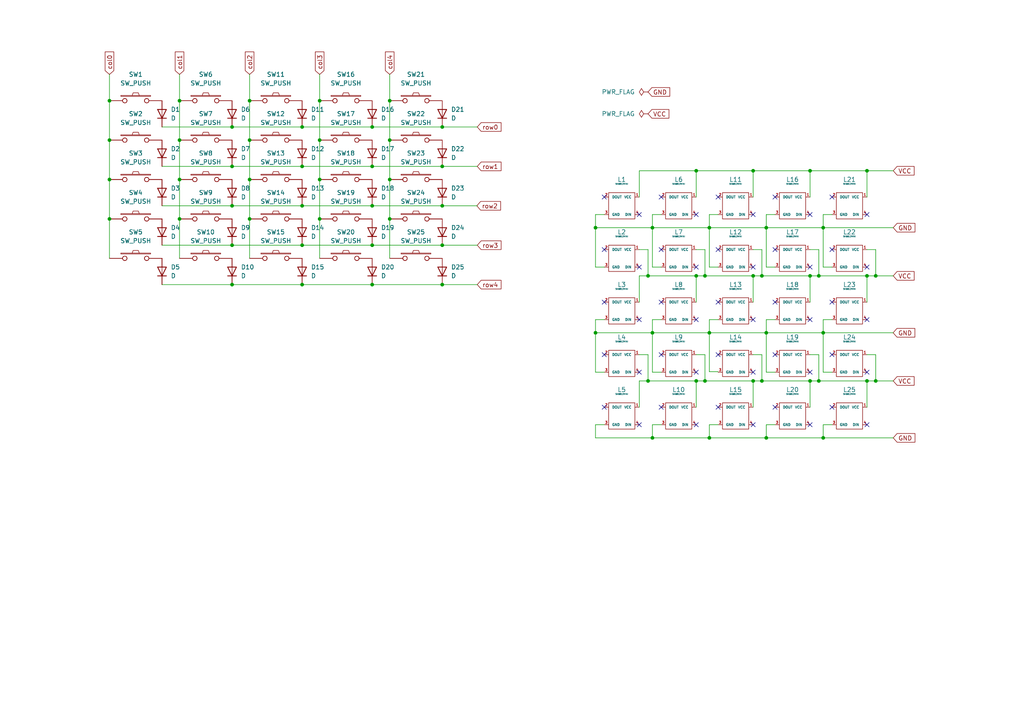
<source format=kicad_sch>
(kicad_sch (version 20211123) (generator eeschema)
  (paper "A4")
  (lib_symbols
    (symbol "Device:D" (pin_numbers hide) (pin_names (offset 1.016) hide)
      (property "Reference" "D" (at 0 2.54 0))
      (property "Value" "D" (at 0 -2.54 0))
      (symbol "D_0_1"
        (polyline (pts (xy -1.27 1.27) (xy -1.27 -1.27)) (stroke (width 0.254)))
        (polyline (pts (xy 1.27 0) (xy -1.27 0)))
        (polyline (pts (xy 1.27 1.27) (xy 1.27 -1.27) (xy -1.27 0) (xy 1.27 1.27)) (stroke (width 0.254)))
      )
      (symbol "D_1_1"
        (pin passive line (at -3.81 0 0) (length 2.54) (name "K") (number "1"))
        (pin passive line (at 3.81 0 180) (length 2.54) (name "A") (number "2"))
      )
    )
    (symbol "kbd:SW_PUSH" (pin_numbers hide) (pin_names (offset 1.016) hide)
      (property "Reference" "SW" (at 3.81 2.794 0))
      (property "Value" "SW_PUSH" (at 0 -2.032 0))
      (symbol "SW_PUSH_0_1"
        (rectangle (start -4.318 1.27) (end 4.318 1.524))
        (polyline (pts (xy -1.016 1.524) (xy -0.762 2.286) (xy 0.762 2.286) (xy 1.016 1.524)))
        (pin passive inverted (at -7.62 0 0) (length 5.08) (name "1") (number "1"))
        (pin passive inverted (at 7.62 0 180) (length 5.08) (name "2") (number "2"))
      )
    )
    (symbol "nexus:kbd_SK6812MINI-3" (pin_names (offset 1.016))
      (property "Reference" "L" (at 0 0 0))
      (property "Value" "kbd_SK6812MINI-3" (at 0 -1.27 0))
      (symbol "kbd_SK6812MINI-3_0_1"
        (rectangle (start -3.81 3.81) (end 3.81 -3.81))
      )
      (symbol "kbd_SK6812MINI-3_1_1"
        (pin power_in line (at 5.08 2.54 180) (length 1.1938) (name "VCC") (number "1"))
        (pin output line (at -5.08 2.54 0) (length 1.1938) (name "DOUT") (number "2"))
        (pin power_in line (at -5.08 -2.54 0) (length 1.1938) (name "GND") (number "3"))
        (pin input line (at 5.08 -2.54 180) (length 1.1938) (name "DIN") (number "4"))
      )
    )
    (symbol "power:PWR_FLAG" (power) (pin_numbers hide) (pin_names (offset 0) hide)
      (property "Value" "PWR_FLAG" (at 0 3.81 0))
      (symbol "PWR_FLAG_0_0"
        (pin power_out line (at 0 0 90) (length 0) (name "pwr") (number "1"))
      )
      (symbol "PWR_FLAG_0_1"
        (polyline (pts (xy 0 0) (xy 0 1.27) (xy -1.016 1.905) (xy 0 2.54) (xy 1.016 1.905) (xy 0 1.27)))
      )
    )
  )
  (junction (at 113.03 29.21))
  (junction (at 187.96 80.01))
  (junction (at 220.98 110.49))
  (junction (at 222.25 66.04))
  (junction (at 201.93 80.01))
  (junction (at 251.46 110.49))
  (junction (at 31.75 52.07))
  (junction (at 189.23 127))
  (junction (at 128.27 48.26))
  (junction (at 113.03 40.64))
  (junction (at 87.63 71.12))
  (junction (at 67.31 48.26))
  (junction (at 92.71 63.5))
  (junction (at 67.31 82.55))
  (junction (at 92.71 52.07))
  (junction (at 254 80.01))
  (junction (at 238.76 96.52))
  (junction (at 107.95 59.69))
  (junction (at 237.49 110.49))
  (junction (at 72.39 52.07))
  (junction (at 251.46 49.53))
  (junction (at 31.75 63.5))
  (junction (at 234.95 49.53))
  (junction (at 87.63 48.26))
  (junction (at 87.63 59.69))
  (junction (at 128.27 71.12))
  (junction (at 237.49 80.01))
  (junction (at 52.07 52.07))
  (junction (at 52.07 63.5))
  (junction (at 222.25 96.52))
  (junction (at 238.76 66.04))
  (junction (at 201.93 49.53))
  (junction (at 72.39 40.64))
  (junction (at 107.95 71.12))
  (junction (at 204.47 110.49))
  (junction (at 222.25 127))
  (junction (at 72.39 63.5))
  (junction (at 107.95 36.83))
  (junction (at 218.44 110.49))
  (junction (at 52.07 40.64))
  (junction (at 189.23 66.04))
  (junction (at 107.95 48.26))
  (junction (at 87.63 36.83))
  (junction (at 128.27 59.69))
  (junction (at 31.75 40.64))
  (junction (at 72.39 29.21))
  (junction (at 107.95 82.55))
  (junction (at 128.27 82.55))
  (junction (at 251.46 80.01))
  (junction (at 220.98 80.01))
  (junction (at 205.74 66.04))
  (junction (at 234.95 80.01))
  (junction (at 218.44 80.01))
  (junction (at 234.95 110.49))
  (junction (at 254 110.49))
  (junction (at 172.72 96.52))
  (junction (at 189.23 96.52))
  (junction (at 67.31 71.12))
  (junction (at 31.75 29.21))
  (junction (at 238.76 127))
  (junction (at 187.96 110.49))
  (junction (at 67.31 36.83))
  (junction (at 201.93 110.49))
  (junction (at 52.07 29.21))
  (junction (at 67.31 59.69))
  (junction (at 92.71 40.64))
  (junction (at 205.74 127))
  (junction (at 128.27 36.83))
  (junction (at 204.47 80.01))
  (junction (at 218.44 49.53))
  (junction (at 113.03 63.5))
  (junction (at 172.72 66.04))
  (junction (at 205.74 96.52))
  (junction (at 92.71 29.21))
  (junction (at 113.03 52.07))
  (junction (at 87.63 82.55))
  (no_connect (at 175.26 57.15))
  (no_connect (at 185.42 62.23))
  (no_connect (at 191.77 118.11))
  (no_connect (at 208.28 118.11))
  (no_connect (at 201.93 123.19))
  (no_connect (at 218.44 123.19))
  (no_connect (at 241.3 118.11))
  (no_connect (at 234.95 123.19))
  (no_connect (at 224.79 118.11))
  (no_connect (at 251.46 123.19))
  (no_connect (at 201.93 62.23))
  (no_connect (at 208.28 57.15))
  (no_connect (at 191.77 57.15))
  (no_connect (at 251.46 62.23))
  (no_connect (at 218.44 62.23))
  (no_connect (at 224.79 57.15))
  (no_connect (at 234.95 62.23))
  (no_connect (at 241.3 57.15))
  (no_connect (at 175.26 72.39))
  (no_connect (at 175.26 87.63))
  (no_connect (at 185.42 92.71))
  (no_connect (at 191.77 102.87))
  (no_connect (at 201.93 107.95))
  (no_connect (at 208.28 102.87))
  (no_connect (at 175.26 118.11))
  (no_connect (at 185.42 123.19))
  (no_connect (at 185.42 107.95))
  (no_connect (at 175.26 102.87))
  (no_connect (at 218.44 77.47))
  (no_connect (at 218.44 92.71))
  (no_connect (at 191.77 72.39))
  (no_connect (at 191.77 87.63))
  (no_connect (at 201.93 92.71))
  (no_connect (at 208.28 87.63))
  (no_connect (at 201.93 77.47))
  (no_connect (at 208.28 72.39))
  (no_connect (at 185.42 77.47))
  (no_connect (at 251.46 92.71))
  (no_connect (at 251.46 77.47))
  (no_connect (at 241.3 102.87))
  (no_connect (at 234.95 77.47))
  (no_connect (at 251.46 107.95))
  (no_connect (at 224.79 87.63))
  (no_connect (at 234.95 92.71))
  (no_connect (at 241.3 87.63))
  (no_connect (at 224.79 102.87))
  (no_connect (at 234.95 107.95))
  (no_connect (at 218.44 107.95))
  (no_connect (at 224.79 72.39))
  (no_connect (at 241.3 72.39))
  (wire (pts (xy 175.26 92.71) (xy 172.72 92.71)))
  (wire (pts (xy 72.39 40.64) (xy 72.39 52.07)))
  (wire (pts (xy 191.77 77.47) (xy 189.23 77.47)))
  (wire (pts (xy 222.25 92.71) (xy 222.25 96.52)))
  (wire (pts (xy 175.26 123.19) (xy 172.72 123.19)))
  (wire (pts (xy 189.23 107.95) (xy 189.23 96.52)))
  (wire (pts (xy 238.76 96.52) (xy 259.08 96.52)))
  (wire (pts (xy 201.93 49.53) (xy 218.44 49.53)))
  (wire (pts (xy 237.49 110.49) (xy 251.46 110.49)))
  (wire (pts (xy 172.72 62.23) (xy 172.72 66.04)))
  (wire (pts (xy 241.3 107.95) (xy 238.76 107.95)))
  (wire (pts (xy 67.31 36.83) (xy 87.63 36.83)))
  (wire (pts (xy 67.31 82.55) (xy 87.63 82.55)))
  (wire (pts (xy 224.79 77.47) (xy 222.25 77.47)))
  (wire (pts (xy 237.49 80.01) (xy 251.46 80.01)))
  (wire (pts (xy 128.27 82.55) (xy 138.43 82.55)))
  (wire (pts (xy 218.44 87.63) (xy 218.44 80.01)))
  (wire (pts (xy 222.25 123.19) (xy 222.25 127)))
  (wire (pts (xy 46.99 36.83) (xy 67.31 36.83)))
  (wire (pts (xy 31.75 29.21) (xy 31.75 40.64)))
  (wire (pts (xy 67.31 48.26) (xy 87.63 48.26)))
  (wire (pts (xy 224.79 123.19) (xy 222.25 123.19)))
  (wire (pts (xy 254 80.01) (xy 259.08 80.01)))
  (wire (pts (xy 251.46 110.49) (xy 254 110.49)))
  (wire (pts (xy 172.72 107.95) (xy 172.72 96.52)))
  (wire (pts (xy 31.75 40.64) (xy 31.75 52.07)))
  (wire (pts (xy 191.77 92.71) (xy 189.23 92.71)))
  (wire (pts (xy 31.75 63.5) (xy 31.75 74.93)))
  (wire (pts (xy 185.42 72.39) (xy 187.96 72.39)))
  (wire (pts (xy 87.63 82.55) (xy 107.95 82.55)))
  (wire (pts (xy 201.93 72.39) (xy 204.47 72.39)))
  (wire (pts (xy 204.47 72.39) (xy 204.47 80.01)))
  (wire (pts (xy 208.28 107.7961) (xy 205.74 107.7961)))
  (wire (pts (xy 222.25 127) (xy 238.76 127)))
  (wire (pts (xy 87.63 36.83) (xy 107.95 36.83)))
  (wire (pts (xy 204.47 110.49) (xy 218.44 110.49)))
  (wire (pts (xy 185.42 110.49) (xy 187.96 110.49)))
  (wire (pts (xy 224.79 92.71) (xy 222.25 92.71)))
  (wire (pts (xy 218.44 118.11) (xy 218.44 110.49)))
  (wire (pts (xy 128.27 59.69) (xy 138.43 59.69)))
  (wire (pts (xy 201.93 118.11) (xy 201.93 110.49)))
  (wire (pts (xy 205.74 123.19) (xy 205.74 127)))
  (wire (pts (xy 220.98 72.39) (xy 220.98 80.01)))
  (wire (pts (xy 234.95 57.15) (xy 234.95 49.53)))
  (wire (pts (xy 185.42 87.63) (xy 185.42 80.01)))
  (wire (pts (xy 172.72 66.04) (xy 189.23 66.04)))
  (wire (pts (xy 46.99 59.69) (xy 67.31 59.69)))
  (wire (pts (xy 128.27 48.26) (xy 138.43 48.26)))
  (wire (pts (xy 234.95 118.11) (xy 234.95 110.49)))
  (wire (pts (xy 234.95 102.87) (xy 237.49 102.87)))
  (wire (pts (xy 254 72.39) (xy 254 80.01)))
  (wire (pts (xy 67.31 71.12) (xy 87.63 71.12)))
  (wire (pts (xy 208.28 123.19) (xy 205.74 123.19)))
  (wire (pts (xy 201.93 57.15) (xy 201.93 49.53)))
  (wire (pts (xy 185.42 49.53) (xy 201.93 49.53)))
  (wire (pts (xy 187.96 72.39) (xy 187.96 80.01)))
  (wire (pts (xy 189.23 62.23) (xy 189.23 66.04)))
  (wire (pts (xy 128.27 71.12) (xy 138.43 71.12)))
  (wire (pts (xy 220.98 110.49) (xy 234.95 110.49)))
  (wire (pts (xy 46.99 48.26) (xy 67.31 48.26)))
  (wire (pts (xy 201.93 87.63) (xy 201.93 80.01)))
  (wire (pts (xy 234.95 72.39) (xy 237.49 72.39)))
  (wire (pts (xy 251.46 49.53) (xy 259.08 49.53)))
  (wire (pts (xy 234.95 80.01) (xy 237.49 80.01)))
  (wire (pts (xy 107.95 71.12) (xy 128.27 71.12)))
  (wire (pts (xy 189.23 127) (xy 205.74 127)))
  (wire (pts (xy 72.39 29.21) (xy 72.39 40.64)))
  (wire (pts (xy 204.47 102.87) (xy 204.47 110.49)))
  (wire (pts (xy 187.96 110.49) (xy 201.93 110.49)))
  (wire (pts (xy 87.63 71.12) (xy 107.95 71.12)))
  (wire (pts (xy 189.23 66.04) (xy 205.74 66.04)))
  (wire (pts (xy 234.95 49.53) (xy 251.46 49.53)))
  (wire (pts (xy 234.95 110.49) (xy 237.49 110.49)))
  (wire (pts (xy 92.71 29.21) (xy 92.71 40.64)))
  (wire (pts (xy 172.72 92.71) (xy 172.72 96.52)))
  (wire (pts (xy 189.23 123.19) (xy 189.23 127)))
  (wire (pts (xy 241.3 123.19) (xy 238.76 123.19)))
  (wire (pts (xy 222.25 77.47) (xy 222.25 66.04)))
  (wire (pts (xy 238.76 127) (xy 259.08 127)))
  (wire (pts (xy 238.76 66.04) (xy 259.08 66.04)))
  (wire (pts (xy 205.74 127) (xy 222.25 127)))
  (wire (pts (xy 251.46 102.87) (xy 254 102.87)))
  (wire (pts (xy 205.74 62.23) (xy 205.74 66.04)))
  (wire (pts (xy 201.93 110.49) (xy 204.47 110.49)))
  (wire (pts (xy 52.07 40.64) (xy 52.07 52.07)))
  (wire (pts (xy 218.44 49.53) (xy 234.95 49.53)))
  (wire (pts (xy 67.31 59.69) (xy 87.63 59.69)))
  (wire (pts (xy 175.26 107.95) (xy 172.72 107.95)))
  (wire (pts (xy 172.72 77.47) (xy 172.72 66.04)))
  (wire (pts (xy 241.3 77.47) (xy 238.76 77.47)))
  (wire (pts (xy 238.76 62.23) (xy 238.76 66.04)))
  (wire (pts (xy 185.42 102.87) (xy 187.96 102.87)))
  (wire (pts (xy 72.39 63.5) (xy 72.39 74.93)))
  (wire (pts (xy 208.28 77.47) (xy 205.74 77.47)))
  (wire (pts (xy 92.71 21.59) (xy 92.71 29.21)))
  (wire (pts (xy 72.39 21.59) (xy 72.39 29.21)))
  (wire (pts (xy 234.95 87.63) (xy 234.95 80.01)))
  (wire (pts (xy 172.72 127) (xy 189.23 127)))
  (wire (pts (xy 92.71 40.64) (xy 92.71 52.07)))
  (wire (pts (xy 218.44 72.39) (xy 220.98 72.39)))
  (wire (pts (xy 224.79 62.23) (xy 222.25 62.23)))
  (wire (pts (xy 187.96 102.87) (xy 187.96 110.49)))
  (wire (pts (xy 238.76 77.47) (xy 238.76 66.04)))
  (wire (pts (xy 191.77 107.95) (xy 189.23 107.95)))
  (wire (pts (xy 205.74 66.04) (xy 222.25 66.04)))
  (wire (pts (xy 208.28 62.23) (xy 205.74 62.23)))
  (wire (pts (xy 208.28 92.71) (xy 205.74 92.71)))
  (wire (pts (xy 189.23 77.47) (xy 189.23 66.04)))
  (wire (pts (xy 220.98 80.01) (xy 234.95 80.01)))
  (wire (pts (xy 241.3 92.71) (xy 238.76 92.71)))
  (wire (pts (xy 222.25 96.52) (xy 238.76 96.52)))
  (wire (pts (xy 52.07 29.21) (xy 52.07 40.64)))
  (wire (pts (xy 107.95 82.55) (xy 128.27 82.55)))
  (wire (pts (xy 205.74 107.7961) (xy 205.74 96.52)))
  (wire (pts (xy 224.79 107.95) (xy 222.25 107.95)))
  (wire (pts (xy 172.72 123.19) (xy 172.72 127)))
  (wire (pts (xy 189.23 92.71) (xy 189.23 96.52)))
  (wire (pts (xy 254 102.87) (xy 254 110.49)))
  (wire (pts (xy 238.76 107.95) (xy 238.76 96.52)))
  (wire (pts (xy 172.72 96.52) (xy 189.23 96.52)))
  (wire (pts (xy 238.76 123.19) (xy 238.76 127)))
  (wire (pts (xy 191.77 62.23) (xy 189.23 62.23)))
  (wire (pts (xy 92.71 52.07) (xy 92.71 63.5)))
  (wire (pts (xy 107.95 48.26) (xy 128.27 48.26)))
  (wire (pts (xy 218.44 102.87) (xy 220.98 102.87)))
  (wire (pts (xy 46.99 82.55) (xy 67.31 82.55)))
  (wire (pts (xy 175.26 77.47) (xy 172.72 77.47)))
  (wire (pts (xy 175.26 62.23) (xy 172.72 62.23)))
  (wire (pts (xy 189.23 96.52) (xy 205.74 96.52)))
  (wire (pts (xy 107.95 36.83) (xy 128.27 36.83)))
  (wire (pts (xy 52.07 52.07) (xy 52.07 63.5)))
  (wire (pts (xy 218.44 80.01) (xy 220.98 80.01)))
  (wire (pts (xy 113.03 52.07) (xy 113.03 63.5)))
  (wire (pts (xy 218.44 110.49) (xy 220.98 110.49)))
  (wire (pts (xy 113.03 63.5) (xy 113.03 74.93)))
  (wire (pts (xy 205.74 92.71) (xy 205.74 96.52)))
  (wire (pts (xy 52.07 21.59) (xy 52.07 29.21)))
  (wire (pts (xy 46.99 71.12) (xy 67.31 71.12)))
  (wire (pts (xy 254 110.49) (xy 259.08 110.49)))
  (wire (pts (xy 113.03 29.21) (xy 113.03 40.64)))
  (wire (pts (xy 128.27 36.83) (xy 138.43 36.83)))
  (wire (pts (xy 251.46 87.63) (xy 251.46 80.01)))
  (wire (pts (xy 238.76 92.71) (xy 238.76 96.52)))
  (wire (pts (xy 92.71 63.5) (xy 92.71 74.93)))
  (wire (pts (xy 222.25 107.95) (xy 222.25 96.52)))
  (wire (pts (xy 251.46 118.11) (xy 251.46 110.49)))
  (wire (pts (xy 222.25 66.04) (xy 238.76 66.04)))
  (wire (pts (xy 218.44 57.15) (xy 218.44 49.53)))
  (wire (pts (xy 237.49 102.87) (xy 237.49 110.49)))
  (wire (pts (xy 185.42 57.15) (xy 185.42 49.53)))
  (wire (pts (xy 205.74 77.47) (xy 205.74 66.04)))
  (wire (pts (xy 222.25 62.23) (xy 222.25 66.04)))
  (wire (pts (xy 220.98 102.87) (xy 220.98 110.49)))
  (wire (pts (xy 52.07 63.5) (xy 52.07 74.93)))
  (wire (pts (xy 31.75 52.07) (xy 31.75 63.5)))
  (wire (pts (xy 113.03 21.59) (xy 113.03 29.21)))
  (wire (pts (xy 31.75 21.59) (xy 31.75 29.21)))
  (wire (pts (xy 251.46 72.39) (xy 254 72.39)))
  (wire (pts (xy 107.95 59.69) (xy 128.27 59.69)))
  (wire (pts (xy 87.63 48.26) (xy 107.95 48.26)))
  (wire (pts (xy 237.49 72.39) (xy 237.49 80.01)))
  (wire (pts (xy 201.93 102.87) (xy 204.47 102.87)))
  (wire (pts (xy 251.46 57.15) (xy 251.46 49.53)))
  (wire (pts (xy 205.74 96.52) (xy 222.25 96.52)))
  (wire (pts (xy 204.47 80.01) (xy 218.44 80.01)))
  (wire (pts (xy 87.63 59.69) (xy 107.95 59.69)))
  (wire (pts (xy 241.3 62.23) (xy 238.76 62.23)))
  (wire (pts (xy 187.96 80.01) (xy 201.93 80.01)))
  (wire (pts (xy 72.39 52.07) (xy 72.39 63.5)))
  (wire (pts (xy 201.93 80.01) (xy 204.47 80.01)))
  (wire (pts (xy 185.42 80.01) (xy 187.96 80.01)))
  (wire (pts (xy 185.42 118.11) (xy 185.42 110.49)))
  (wire (pts (xy 113.03 40.64) (xy 113.03 52.07)))
  (wire (pts (xy 251.46 80.01) (xy 254 80.01)))
  (wire (pts (xy 191.77 123.19) (xy 189.23 123.19)))
  (global_label "VCC" (shape input) (at 259.08 49.53 0) (property "Intersheet References" "${INTERSHEET_REFS}" (effects hide)))
  (global_label "col4" (shape input) (at 113.03 21.59 90) (property "Intersheet References" "${INTERSHEET_REFS}" (effects hide)))
  (global_label "row2" (shape input) (at 138.2926 59.69 0) (property "Intersheet References" "${INTERSHEET_REFS}" (effects hide)))
  (global_label "VCC" (shape input) (at 259.08 80.01 0) (property "Intersheet References" "${INTERSHEET_REFS}" (effects hide)))
  (global_label "row4" (shape input) (at 138.43 82.55 0) (property "Intersheet References" "${INTERSHEET_REFS}" (effects hide)))
  (global_label "col2" (shape input) (at 72.39 21.59 90) (property "Intersheet References" "${INTERSHEET_REFS}" (effects hide)))
  (global_label "col0" (shape input) (at 31.75 21.59 90) (property "Intersheet References" "${INTERSHEET_REFS}" (effects hide)))
  (global_label "GND" (shape input) (at 259.0444 96.52 0) (property "Intersheet References" "${INTERSHEET_REFS}" (effects hide)))
  (global_label "row3" (shape input) (at 138.43 71.12 0) (property "Intersheet References" "${INTERSHEET_REFS}" (effects hide)))
  (global_label "col3" (shape input) (at 92.71 21.59 90) (property "Intersheet References" "${INTERSHEET_REFS}" (effects hide)))
  (global_label "row1" (shape input) (at 138.43 48.26 0) (property "Intersheet References" "${INTERSHEET_REFS}" (effects hide)))
  (global_label "col1" (shape input) (at 52.07 21.59 90) (property "Intersheet References" "${INTERSHEET_REFS}" (effects hide)))
  (global_label "GND" (shape input) (at 187.96 26.67 0) (property "Intersheet References" "${INTERSHEET_REFS}" (effects hide)))
  (global_label "row0" (shape input) (at 138.43 36.83 0) (property "Intersheet References" "${INTERSHEET_REFS}" (effects hide)))
  (global_label "VCC" (shape input) (at 259.08 110.49 0) (property "Intersheet References" "${INTERSHEET_REFS}" (effects hide)))
  (global_label "GND" (shape input) (at 259.08 127 0) (property "Intersheet References" "${INTERSHEET_REFS}" (effects hide)))
  (global_label "GND" (shape input) (at 259.08 66.04 0) (property "Intersheet References" "${INTERSHEET_REFS}" (effects hide)))
  (global_label "VCC" (shape input) (at 187.96 33.02 0) (property "Intersheet References" "${INTERSHEET_REFS}" (effects hide)))
  (symbol (lib_id "kbd:SW_PUSH") (at 39.37 29.21 0) (unit 1)
    (property "Reference" "SW1" (at 39.37 21.59 0))
    (property "Value" "SW_PUSH" (at 39.37 24.13 0))
    (property "Footprint" "kbd:CherryMX_Hotswap_single_side" (effects hide))
  )
  (symbol (lib_id "kbd:SW_PUSH") (at 80.01 52.07 0) (unit 1)
    (property "Reference" "SW13" (at 80.01 44.45 0))
    (property "Value" "SW_PUSH" (at 80.01 46.99 0))
    (property "Footprint" "kbd:CherryMX_Hotswap_single_side" (effects hide))
  )
  (symbol (lib_id "kbd:SW_PUSH") (at 80.01 29.21 0) (unit 1)
    (property "Reference" "SW11" (at 80.01 21.59 0))
    (property "Value" "SW_PUSH" (at 80.01 24.13 0))
    (property "Footprint" "kbd:CherryMX_Hotswap_single_side" (effects hide))
  )
  (symbol (lib_id "Device:D") (at 67.31 44.45 90) (unit 1)
    (property "Reference" "D7" (at 69.85 43.1799 90) (effects (justify right)))
    (property "Value" "D" (at 69.85 45.7199 90) (effects (justify right)))
    (property "Footprint" "kbd:D3_SMD" (effects hide))
  )
  (symbol (lib_id "kbd:SW_PUSH") (at 59.69 29.21 0) (unit 1)
    (property "Reference" "SW6" (at 59.69 21.59 0))
    (property "Value" "SW_PUSH" (at 59.69 24.13 0))
    (property "Footprint" "kbd:CherryMX_Hotswap_single_side" (effects hide))
  )
  (symbol (lib_id "kbd:SW_PUSH") (at 80.01 74.93 0) (unit 1)
    (property "Reference" "SW15" (at 80.01 67.31 0))
    (property "Value" "SW_PUSH" (at 80.01 69.85 0))
    (property "Footprint" "kbd:CherryMX_Hotswap_single_side" (effects hide))
  )
  (symbol (lib_id "Device:D") (at 46.99 67.31 90) (unit 1)
    (property "Reference" "D4" (at 49.53 66.0399 90) (effects (justify right)))
    (property "Value" "D" (at 49.53 68.5799 90) (effects (justify right)))
    (property "Footprint" "kbd:D3_SMD" (effects hide))
  )
  (symbol (lib_id "Device:D") (at 107.95 55.88 90) (unit 1)
    (property "Reference" "D18" (at 110.49 54.6099 90) (effects (justify right)))
    (property "Value" "D" (at 110.49 57.1499 90) (effects (justify right)))
    (property "Footprint" "kbd:D3_SMD" (effects hide))
  )
  (symbol (lib_id "nexus:kbd_SK6812MINI-3") (at 246.38 105.41 0) (unit 1)
    (property "Reference" "L24" (at 246.38 97.79 0) (effects (font (size 1.2954 1.2954))))
    (property "Value" "SK6812MINI" (at 246.38 99.06 0) (effects (font (size 0.4064 0.4064))))
    (property "Footprint" "kbd:YS-SK6812MINI-E" (effects hide))
  )
  (symbol (lib_id "Device:D") (at 87.63 55.88 90) (unit 1)
    (property "Reference" "D13" (at 90.17 54.6099 90) (effects (justify right)))
    (property "Value" "D" (at 90.17 57.1499 90) (effects (justify right)))
    (property "Footprint" "kbd:D3_SMD" (effects hide))
  )
  (symbol (lib_id "nexus:kbd_SK6812MINI-3") (at 213.36 90.17 0) (unit 1)
    (property "Reference" "L13" (at 213.36 82.55 0) (effects (font (size 1.2954 1.2954))))
    (property "Value" "SK6812MINI" (at 213.36 83.82 0) (effects (font (size 0.4064 0.4064))))
    (property "Footprint" "kbd:YS-SK6812MINI-E" (effects hide))
  )
  (symbol (lib_id "Device:D") (at 107.95 44.45 90) (unit 1)
    (property "Reference" "D17" (at 110.49 43.1799 90) (effects (justify right)))
    (property "Value" "D" (at 110.49 45.7199 90) (effects (justify right)))
    (property "Footprint" "kbd:D3_SMD" (effects hide))
  )
  (symbol (lib_id "Device:D") (at 107.95 78.74 90) (unit 1)
    (property "Reference" "D20" (at 110.49 77.4699 90) (effects (justify right)))
    (property "Value" "D" (at 110.49 80.0099 90) (effects (justify right)))
    (property "Footprint" "kbd:D3_SMD" (effects hide))
  )
  (symbol (lib_id "kbd:SW_PUSH") (at 120.65 63.5 0) (unit 1)
    (property "Reference" "SW24" (at 120.65 55.88 0))
    (property "Value" "SW_PUSH" (at 120.65 58.42 0))
    (property "Footprint" "kbd:CherryMX_Hotswap_single_side" (effects hide))
  )
  (symbol (lib_id "kbd:SW_PUSH") (at 80.01 63.5 0) (unit 1)
    (property "Reference" "SW14" (at 80.01 55.88 0))
    (property "Value" "SW_PUSH" (at 80.01 58.42 0))
    (property "Footprint" "kbd:CherryMX_Hotswap_single_side" (effects hide))
  )
  (symbol (lib_id "kbd:SW_PUSH") (at 59.69 52.07 0) (unit 1)
    (property "Reference" "SW8" (at 59.69 44.45 0))
    (property "Value" "SW_PUSH" (at 59.69 46.99 0))
    (property "Footprint" "kbd:CherryMX_Hotswap_single_side" (effects hide))
  )
  (symbol (lib_id "kbd:SW_PUSH") (at 39.37 74.93 0) (unit 1)
    (property "Reference" "SW5" (at 39.37 67.31 0))
    (property "Value" "SW_PUSH" (at 39.37 69.85 0))
    (property "Footprint" "kbd:CherryMX_Hotswap_single_side" (effects hide))
  )
  (symbol (lib_id "nexus:kbd_SK6812MINI-3") (at 229.87 74.93 0) (unit 1)
    (property "Reference" "L17" (at 229.87 67.31 0) (effects (font (size 1.2954 1.2954))))
    (property "Value" "SK6812MINI" (at 229.87 68.58 0) (effects (font (size 0.4064 0.4064))))
    (property "Footprint" "kbd:YS-SK6812MINI-E" (effects hide))
  )
  (symbol (lib_id "nexus:kbd_SK6812MINI-3") (at 213.36 59.69 0) (unit 1)
    (property "Reference" "L11" (at 213.36 52.07 0) (effects (font (size 1.2954 1.2954))))
    (property "Value" "SK6812MINI" (at 213.36 53.34 0) (effects (font (size 0.4064 0.4064))))
    (property "Footprint" "kbd:YS-SK6812MINI-E" (effects hide))
  )
  (symbol (lib_id "Device:D") (at 46.99 78.74 90) (unit 1)
    (property "Reference" "D5" (at 49.53 77.4699 90) (effects (justify right)))
    (property "Value" "D" (at 49.53 80.0099 90) (effects (justify right)))
    (property "Footprint" "kbd:D3_SMD" (effects hide))
  )
  (symbol (lib_id "kbd:SW_PUSH") (at 120.65 52.07 0) (unit 1)
    (property "Reference" "SW23" (at 120.65 44.45 0))
    (property "Value" "SW_PUSH" (at 120.65 46.99 0))
    (property "Footprint" "kbd:CherryMX_Hotswap_single_side" (effects hide))
  )
  (symbol (lib_id "Device:D") (at 87.63 44.45 90) (unit 1)
    (property "Reference" "D12" (at 90.17 43.1799 90) (effects (justify right)))
    (property "Value" "D" (at 90.17 45.7199 90) (effects (justify right)))
    (property "Footprint" "kbd:D3_SMD" (effects hide))
  )
  (symbol (lib_id "kbd:SW_PUSH") (at 39.37 52.07 0) (unit 1)
    (property "Reference" "SW3" (at 39.37 44.45 0))
    (property "Value" "SW_PUSH" (at 39.37 46.99 0))
    (property "Footprint" "kbd:CherryMX_Hotswap_single_side" (effects hide))
  )
  (symbol (lib_id "nexus:kbd_SK6812MINI-3") (at 196.85 105.41 0) (unit 1)
    (property "Reference" "L9" (at 196.85 97.79 0) (effects (font (size 1.2954 1.2954))))
    (property "Value" "SK6812MINI" (at 196.85 99.06 0) (effects (font (size 0.4064 0.4064))))
    (property "Footprint" "kbd:YS-SK6812MINI-E" (effects hide))
  )
  (symbol (lib_id "kbd:SW_PUSH") (at 100.33 74.93 0) (unit 1)
    (property "Reference" "SW20" (at 100.33 67.31 0))
    (property "Value" "SW_PUSH" (at 100.33 69.85 0))
    (property "Footprint" "kbd:CherryMX_Hotswap_single_side" (effects hide))
  )
  (symbol (lib_id "Device:D") (at 67.31 55.88 90) (unit 1)
    (property "Reference" "D8" (at 69.85 54.6099 90) (effects (justify right)))
    (property "Value" "D" (at 69.85 57.1499 90) (effects (justify right)))
    (property "Footprint" "kbd:D3_SMD" (effects hide))
  )
  (symbol (lib_id "nexus:kbd_SK6812MINI-3") (at 196.85 120.65 0) (unit 1)
    (property "Reference" "L10" (at 196.85 113.03 0) (effects (font (size 1.2954 1.2954))))
    (property "Value" "SK6812MINI" (at 196.85 114.3 0) (effects (font (size 0.4064 0.4064))))
    (property "Footprint" "kbd:YS-SK6812MINI-E" (effects hide))
  )
  (symbol (lib_id "Device:D") (at 128.27 44.45 90) (unit 1)
    (property "Reference" "D22" (at 130.81 43.1799 90) (effects (justify right)))
    (property "Value" "D" (at 130.81 45.7199 90) (effects (justify right)))
    (property "Footprint" "kbd:D3_SMD" (effects hide))
  )
  (symbol (lib_id "nexus:kbd_SK6812MINI-3") (at 246.38 90.17 0) (unit 1)
    (property "Reference" "L23" (at 246.38 82.55 0) (effects (font (size 1.2954 1.2954))))
    (property "Value" "SK6812MINI" (at 246.38 83.82 0) (effects (font (size 0.4064 0.4064))))
    (property "Footprint" "kbd:YS-SK6812MINI-E" (effects hide))
  )
  (symbol (lib_id "Device:D") (at 46.99 33.02 90) (unit 1)
    (property "Reference" "D1" (at 49.53 31.7499 90) (effects (justify right)))
    (property "Value" "D" (at 49.53 34.2899 90) (effects (justify right)))
    (property "Footprint" "kbd:D3_SMD" (effects hide))
  )
  (symbol (lib_id "kbd:SW_PUSH") (at 59.69 74.93 0) (unit 1)
    (property "Reference" "SW10" (at 59.69 67.31 0))
    (property "Value" "SW_PUSH" (at 59.69 69.85 0))
    (property "Footprint" "kbd:CherryMX_Hotswap_single_side" (effects hide))
  )
  (symbol (lib_id "kbd:SW_PUSH") (at 59.69 63.5 0) (unit 1)
    (property "Reference" "SW9" (at 59.69 55.88 0))
    (property "Value" "SW_PUSH" (at 59.69 58.42 0))
    (property "Footprint" "kbd:CherryMX_Hotswap_single_side" (effects hide))
  )
  (symbol (lib_id "nexus:kbd_SK6812MINI-3") (at 213.36 105.41 0) (unit 1)
    (property "Reference" "L14" (at 213.36 97.79 0) (effects (font (size 1.2954 1.2954))))
    (property "Value" "SK6812MINI" (at 213.36 99.06 0) (effects (font (size 0.4064 0.4064))))
    (property "Footprint" "kbd:YS-SK6812MINI-E" (effects hide))
  )
  (symbol (lib_id "Device:D") (at 67.31 78.74 90) (unit 1)
    (property "Reference" "D10" (at 69.85 77.4699 90) (effects (justify right)))
    (property "Value" "D" (at 69.85 80.0099 90) (effects (justify right)))
    (property "Footprint" "kbd:D3_SMD" (effects hide))
  )
  (symbol (lib_id "nexus:kbd_SK6812MINI-3") (at 180.34 59.69 0) (unit 1)
    (property "Reference" "L1" (at 180.34 52.07 0) (effects (font (size 1.2954 1.2954))))
    (property "Value" "SK6812MINI" (at 180.34 53.34 0) (effects (font (size 0.4064 0.4064))))
    (property "Footprint" "kbd:YS-SK6812MINI-E" (effects hide))
  )
  (symbol (lib_id "Device:D") (at 46.99 55.88 90) (unit 1)
    (property "Reference" "D3" (at 49.53 54.6099 90) (effects (justify right)))
    (property "Value" "D" (at 49.53 57.1499 90) (effects (justify right)))
    (property "Footprint" "kbd:D3_SMD" (effects hide))
  )
  (symbol (lib_id "nexus:kbd_SK6812MINI-3") (at 180.34 105.41 0) (unit 1)
    (property "Reference" "L4" (at 180.34 97.79 0) (effects (font (size 1.2954 1.2954))))
    (property "Value" "SK6812MINI" (at 180.34 99.06 0) (effects (font (size 0.4064 0.4064))))
    (property "Footprint" "kbd:YS-SK6812MINI-E" (effects hide))
  )
  (symbol (lib_id "Device:D") (at 67.31 67.31 90) (unit 1)
    (property "Reference" "D9" (at 69.85 66.0399 90) (effects (justify right)))
    (property "Value" "D" (at 69.85 68.5799 90) (effects (justify right)))
    (property "Footprint" "kbd:D3_SMD" (effects hide))
  )
  (symbol (lib_id "Device:D") (at 87.63 78.74 90) (unit 1)
    (property "Reference" "D15" (at 90.17 77.4699 90) (effects (justify right)))
    (property "Value" "D" (at 90.17 80.0099 90) (effects (justify right)))
    (property "Footprint" "kbd:D3_SMD" (effects hide))
  )
  (symbol (lib_id "nexus:kbd_SK6812MINI-3") (at 246.38 74.93 0) (unit 1)
    (property "Reference" "L22" (at 246.38 67.31 0) (effects (font (size 1.2954 1.2954))))
    (property "Value" "SK6812MINI" (at 246.38 68.58 0) (effects (font (size 0.4064 0.4064))))
    (property "Footprint" "kbd:YS-SK6812MINI-E" (effects hide))
  )
  (symbol (lib_id "Device:D") (at 87.63 67.31 90) (unit 1)
    (property "Reference" "D14" (at 90.17 66.0399 90) (effects (justify right)))
    (property "Value" "D" (at 90.17 68.5799 90) (effects (justify right)))
    (property "Footprint" "kbd:D3_SMD" (effects hide))
  )
  (symbol (lib_id "kbd:SW_PUSH") (at 80.01 40.64 0) (unit 1)
    (property "Reference" "SW12" (at 80.01 33.02 0))
    (property "Value" "SW_PUSH" (at 80.01 35.56 0))
    (property "Footprint" "kbd:CherryMX_Hotswap_single_side" (effects hide))
  )
  (symbol (lib_id "kbd:SW_PUSH") (at 120.65 74.93 0) (unit 1)
    (property "Reference" "SW25" (at 120.65 67.31 0))
    (property "Value" "SW_PUSH" (at 120.65 69.85 0))
    (property "Footprint" "kbd:CherryMX_Hotswap_single_side" (effects hide))
  )
  (symbol (lib_id "nexus:kbd_SK6812MINI-3") (at 246.38 120.65 0) (unit 1)
    (property "Reference" "L25" (at 246.38 113.03 0) (effects (font (size 1.2954 1.2954))))
    (property "Value" "SK6812MINI" (at 246.38 114.3 0) (effects (font (size 0.4064 0.4064))))
    (property "Footprint" "kbd:YS-SK6812MINI-E" (effects hide))
  )
  (symbol (lib_id "nexus:kbd_SK6812MINI-3") (at 180.34 120.65 0) (unit 1)
    (property "Reference" "L5" (at 180.34 113.03 0) (effects (font (size 1.2954 1.2954))))
    (property "Value" "SK6812MINI" (at 180.34 114.3 0) (effects (font (size 0.4064 0.4064))))
    (property "Footprint" "kbd:YS-SK6812MINI-E" (effects hide))
  )
  (symbol (lib_id "kbd:SW_PUSH") (at 100.33 29.21 0) (unit 1)
    (property "Reference" "SW16" (at 100.33 21.59 0))
    (property "Value" "SW_PUSH" (at 100.33 24.13 0))
    (property "Footprint" "kbd:CherryMX_Hotswap_single_side" (effects hide))
  )
  (symbol (lib_id "Device:D") (at 46.99 44.45 90) (unit 1)
    (property "Reference" "D2" (at 49.53 43.1799 90) (effects (justify right)))
    (property "Value" "D" (at 49.53 45.7199 90) (effects (justify right)))
    (property "Footprint" "kbd:D3_SMD" (effects hide))
  )
  (symbol (lib_id "kbd:SW_PUSH") (at 39.37 63.5 0) (unit 1)
    (property "Reference" "SW4" (at 39.37 55.88 0))
    (property "Value" "SW_PUSH" (at 39.37 58.42 0))
    (property "Footprint" "kbd:CherryMX_Hotswap_single_side" (effects hide))
  )
  (symbol (lib_id "Device:D") (at 128.27 33.02 90) (unit 1)
    (property "Reference" "D21" (at 130.81 31.7499 90) (effects (justify right)))
    (property "Value" "D" (at 130.81 34.2899 90) (effects (justify right)))
    (property "Footprint" "kbd:D3_SMD" (effects hide))
  )
  (symbol (lib_id "nexus:kbd_SK6812MINI-3") (at 213.36 120.65 0) (unit 1)
    (property "Reference" "L15" (at 213.36 113.03 0) (effects (font (size 1.2954 1.2954))))
    (property "Value" "SK6812MINI" (at 213.36 114.3 0) (effects (font (size 0.4064 0.4064))))
    (property "Footprint" "kbd:YS-SK6812MINI-E" (effects hide))
  )
  (symbol (lib_id "Device:D") (at 67.31 33.02 90) (unit 1)
    (property "Reference" "D6" (at 69.85 31.7499 90) (effects (justify right)))
    (property "Value" "D" (at 69.85 34.2899 90) (effects (justify right)))
    (property "Footprint" "kbd:D3_SMD" (effects hide))
  )
  (symbol (lib_id "nexus:kbd_SK6812MINI-3") (at 229.87 120.65 0) (unit 1)
    (property "Reference" "L20" (at 229.87 113.03 0) (effects (font (size 1.2954 1.2954))))
    (property "Value" "SK6812MINI" (at 229.87 114.3 0) (effects (font (size 0.4064 0.4064))))
    (property "Footprint" "kbd:YS-SK6812MINI-E" (effects hide))
  )
  (symbol (lib_id "Device:D") (at 128.27 67.31 90) (unit 1)
    (property "Reference" "D24" (at 130.81 66.0399 90) (effects (justify right)))
    (property "Value" "D" (at 130.81 68.5799 90) (effects (justify right)))
    (property "Footprint" "kbd:D3_SMD" (effects hide))
  )
  (symbol (lib_id "power:PWR_FLAG") (at 187.96 33.02 90) (unit 1)
    (property "Reference" "#FLG0101" (effects hide))
    (property "Value" "PWR_FLAG" (at 184.15 33.0199 90) (effects (justify left)))
  )
  (symbol (lib_id "nexus:kbd_SK6812MINI-3") (at 196.85 90.17 0) (unit 1)
    (property "Reference" "L8" (at 196.85 82.55 0) (effects (font (size 1.2954 1.2954))))
    (property "Value" "SK6812MINI" (at 196.85 83.82 0) (effects (font (size 0.4064 0.4064))))
    (property "Footprint" "kbd:YS-SK6812MINI-E" (effects hide))
  )
  (symbol (lib_id "kbd:SW_PUSH") (at 120.65 29.21 0) (unit 1)
    (property "Reference" "SW21" (at 120.65 21.59 0))
    (property "Value" "SW_PUSH" (at 120.65 24.13 0))
    (property "Footprint" "kbd:CherryMX_Hotswap_single_side" (effects hide))
  )
  (symbol (lib_id "nexus:kbd_SK6812MINI-3") (at 213.36 74.93 0) (unit 1)
    (property "Reference" "L12" (at 213.36 67.31 0) (effects (font (size 1.2954 1.2954))))
    (property "Value" "SK6812MINI" (at 213.36 68.58 0) (effects (font (size 0.4064 0.4064))))
    (property "Footprint" "kbd:YS-SK6812MINI-E" (effects hide))
  )
  (symbol (lib_id "power:PWR_FLAG") (at 187.96 26.67 90) (unit 1)
    (property "Reference" "#FLG0102" (effects hide))
    (property "Value" "PWR_FLAG" (at 184.15 26.6699 90) (effects (justify left)))
  )
  (symbol (lib_id "Device:D") (at 128.27 55.88 90) (unit 1)
    (property "Reference" "D23" (at 130.81 54.6099 90) (effects (justify right)))
    (property "Value" "D" (at 130.81 57.1499 90) (effects (justify right)))
    (property "Footprint" "kbd:D3_SMD" (effects hide))
  )
  (symbol (lib_id "nexus:kbd_SK6812MINI-3") (at 246.38 59.69 0) (unit 1)
    (property "Reference" "L21" (at 246.38 52.07 0) (effects (font (size 1.2954 1.2954))))
    (property "Value" "SK6812MINI" (at 246.38 53.34 0) (effects (font (size 0.4064 0.4064))))
    (property "Footprint" "kbd:YS-SK6812MINI-E" (effects hide))
  )
  (symbol (lib_id "Device:D") (at 107.95 33.02 90) (unit 1)
    (property "Reference" "D16" (at 110.49 31.7499 90) (effects (justify right)))
    (property "Value" "D" (at 110.49 34.2899 90) (effects (justify right)))
    (property "Footprint" "kbd:D3_SMD" (effects hide))
  )
  (symbol (lib_id "kbd:SW_PUSH") (at 39.37 40.64 0) (unit 1)
    (property "Reference" "SW2" (at 39.37 33.02 0))
    (property "Value" "SW_PUSH" (at 39.37 35.56 0))
    (property "Footprint" "kbd:CherryMX_Hotswap_single_side" (effects hide))
  )
  (symbol (lib_id "kbd:SW_PUSH") (at 59.69 40.64 0) (unit 1)
    (property "Reference" "SW7" (at 59.69 33.02 0))
    (property "Value" "SW_PUSH" (at 59.69 35.56 0))
    (property "Footprint" "kbd:CherryMX_Hotswap_single_side" (effects hide))
  )
  (symbol (lib_id "nexus:kbd_SK6812MINI-3") (at 229.87 59.69 0) (unit 1)
    (property "Reference" "L16" (at 229.87 52.07 0) (effects (font (size 1.2954 1.2954))))
    (property "Value" "SK6812MINI" (at 229.87 53.34 0) (effects (font (size 0.4064 0.4064))))
    (property "Footprint" "kbd:YS-SK6812MINI-E" (effects hide))
  )
  (symbol (lib_id "nexus:kbd_SK6812MINI-3") (at 180.34 90.17 0) (unit 1)
    (property "Reference" "L3" (at 180.34 82.55 0) (effects (font (size 1.2954 1.2954))))
    (property "Value" "SK6812MINI" (at 180.34 83.82 0) (effects (font (size 0.4064 0.4064))))
    (property "Footprint" "kbd:YS-SK6812MINI-E" (effects hide))
  )
  (symbol (lib_id "Device:D") (at 87.63 33.02 90) (unit 1)
    (property "Reference" "D11" (at 90.17 31.7499 90) (effects (justify right)))
    (property "Value" "D" (at 90.17 34.2899 90) (effects (justify right)))
    (property "Footprint" "kbd:D3_SMD" (effects hide))
  )
  (symbol (lib_id "kbd:SW_PUSH") (at 100.33 63.5 0) (unit 1)
    (property "Reference" "SW19" (at 100.33 55.88 0))
    (property "Value" "SW_PUSH" (at 100.33 58.42 0))
    (property "Footprint" "kbd:CherryMX_Hotswap_single_side" (effects hide))
  )
  (symbol (lib_id "nexus:kbd_SK6812MINI-3") (at 180.34 74.93 0) (unit 1)
    (property "Reference" "L2" (at 180.34 67.31 0) (effects (font (size 1.2954 1.2954))))
    (property "Value" "SK6812MINI" (at 180.34 68.58 0) (effects (font (size 0.4064 0.4064))))
    (property "Footprint" "kbd:YS-SK6812MINI-E" (effects hide))
  )
  (symbol (lib_id "nexus:kbd_SK6812MINI-3") (at 229.87 90.17 0) (unit 1)
    (property "Reference" "L18" (at 229.87 82.55 0) (effects (font (size 1.2954 1.2954))))
    (property "Value" "SK6812MINI" (at 229.87 83.82 0) (effects (font (size 0.4064 0.4064))))
    (property "Footprint" "kbd:YS-SK6812MINI-E" (effects hide))
  )
  (symbol (lib_id "kbd:SW_PUSH") (at 120.65 40.64 0) (unit 1)
    (property "Reference" "SW22" (at 120.65 33.02 0))
    (property "Value" "SW_PUSH" (at 120.65 35.56 0))
    (property "Footprint" "kbd:CherryMX_Hotswap_single_side" (effects hide))
  )
  (symbol (lib_id "nexus:kbd_SK6812MINI-3") (at 229.87 105.41 0) (unit 1)
    (property "Reference" "L19" (at 229.87 97.79 0) (effects (font (size 1.2954 1.2954))))
    (property "Value" "SK6812MINI" (at 229.87 99.06 0) (effects (font (size 0.4064 0.4064))))
    (property "Footprint" "kbd:YS-SK6812MINI-E" (effects hide))
  )
  (symbol (lib_id "nexus:kbd_SK6812MINI-3") (at 196.85 74.93 0) (unit 1)
    (property "Reference" "L7" (at 196.85 67.31 0) (effects (font (size 1.2954 1.2954))))
    (property "Value" "SK6812MINI" (at 196.85 68.58 0) (effects (font (size 0.4064 0.4064))))
    (property "Footprint" "kbd:YS-SK6812MINI-E" (effects hide))
  )
  (symbol (lib_id "kbd:SW_PUSH") (at 100.33 40.64 0) (unit 1)
    (property "Reference" "SW17" (at 100.33 33.02 0))
    (property "Value" "SW_PUSH" (at 100.33 35.56 0))
    (property "Footprint" "kbd:CherryMX_Hotswap_single_side" (effects hide))
  )
  (symbol (lib_id "nexus:kbd_SK6812MINI-3") (at 196.85 59.69 0) (unit 1)
    (property "Reference" "L6" (at 196.85 52.07 0) (effects (font (size 1.2954 1.2954))))
    (property "Value" "SK6812MINI" (at 196.85 53.34 0) (effects (font (size 0.4064 0.4064))))
    (property "Footprint" "kbd:YS-SK6812MINI-E" (effects hide))
  )
  (symbol (lib_id "Device:D") (at 128.27 78.74 90) (unit 1)
    (property "Reference" "D25" (at 130.81 77.4699 90) (effects (justify right)))
    (property "Value" "D" (at 130.81 80.0099 90) (effects (justify right)))
    (property "Footprint" "kbd:D3_SMD" (effects hide))
  )
  (symbol (lib_id "Device:D") (at 107.95 67.31 90) (unit 1)
    (property "Reference" "D19" (at 110.49 66.0399 90) (effects (justify right)))
    (property "Value" "D" (at 110.49 68.5799 90) (effects (justify right)))
    (property "Footprint" "kbd:D3_SMD" (effects hide))
  )
  (symbol (lib_id "kbd:SW_PUSH") (at 100.33 52.07 0) (unit 1)
    (property "Reference" "SW18" (at 100.33 44.45 0))
    (property "Value" "SW_PUSH" (at 100.33 46.99 0))
    (property "Footprint" "kbd:CherryMX_Hotswap_single_side" (effects hide))
  )
)
</source>
